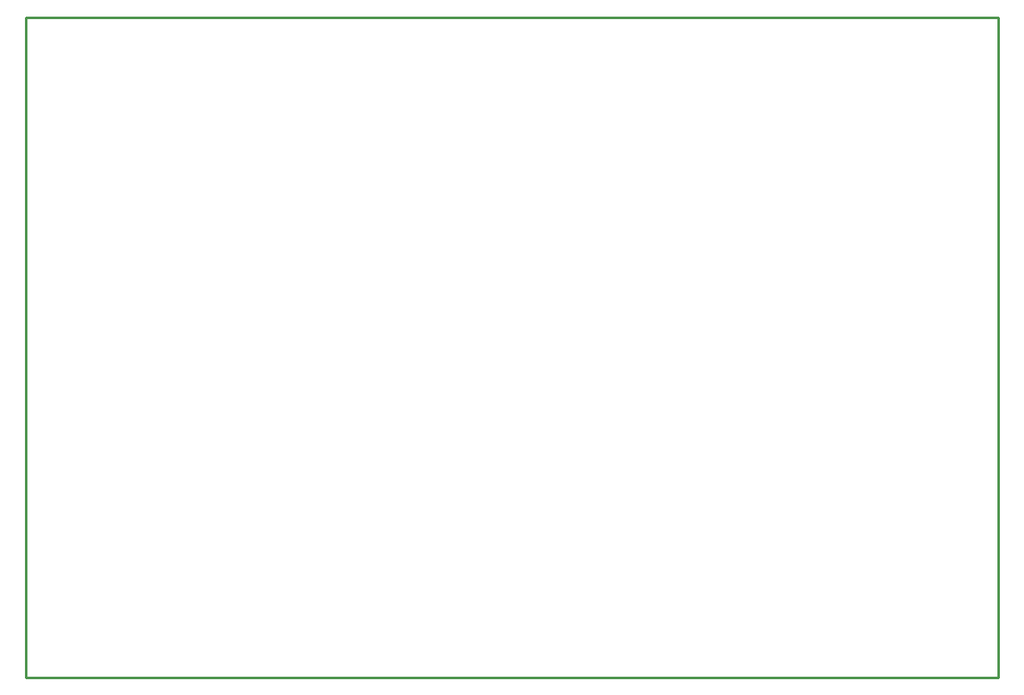
<source format=gko>
G04*
G04 #@! TF.GenerationSoftware,Altium Limited,Altium Designer,20.1.11 (218)*
G04*
G04 Layer_Color=16711935*
%FSLAX25Y25*%
%MOIN*%
G70*
G04*
G04 #@! TF.SameCoordinates,731B5D3F-845C-401C-AC73-029E605C2F8B*
G04*
G04*
G04 #@! TF.FilePolarity,Positive*
G04*
G01*
G75*
%ADD22C,0.01000*%
D22*
X184320Y410214D02*
X574173Y410214D01*
X184320Y410214D02*
X184320Y145794D01*
X574173D02*
Y410214D01*
X184320Y145794D02*
X574173Y145794D01*
M02*

</source>
